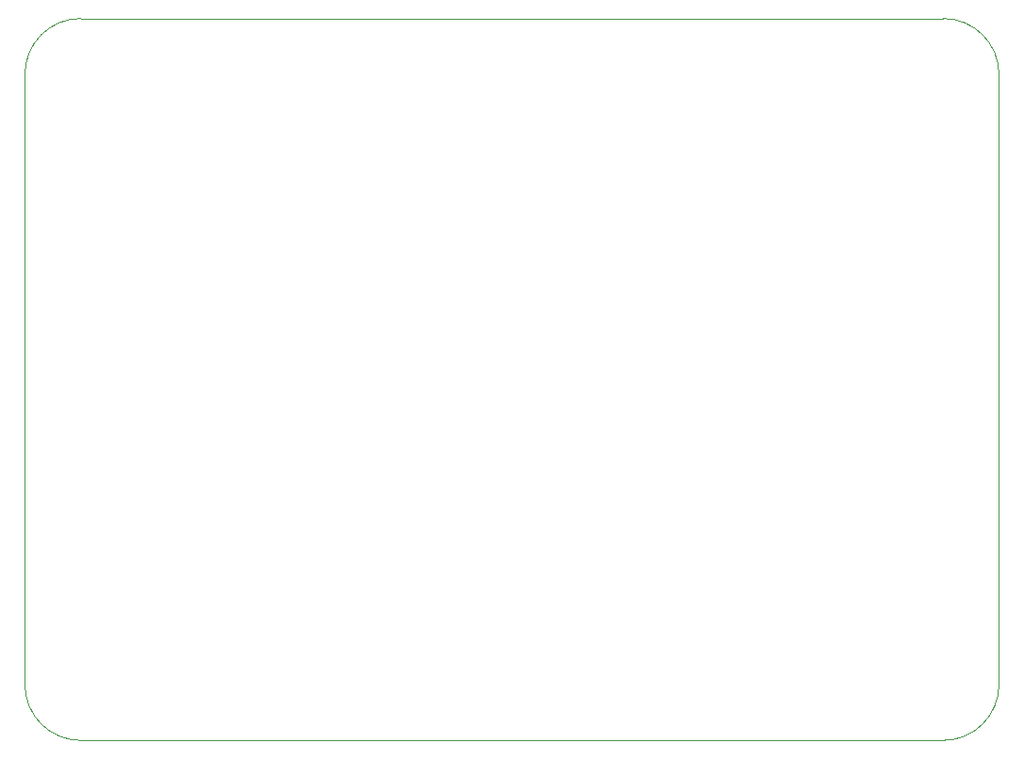
<source format=gbr>
%TF.GenerationSoftware,KiCad,Pcbnew,9.0.0*%
%TF.CreationDate,2025-03-28T17:52:31-06:00*%
%TF.ProjectId,Dark_Passenger_Base_MCU,4461726b-5f50-4617-9373-656e6765725f,1.0*%
%TF.SameCoordinates,Original*%
%TF.FileFunction,Profile,NP*%
%FSLAX46Y46*%
G04 Gerber Fmt 4.6, Leading zero omitted, Abs format (unit mm)*
G04 Created by KiCad (PCBNEW 9.0.0) date 2025-03-28 17:52:31*
%MOMM*%
%LPD*%
G01*
G04 APERTURE LIST*
%TA.AperFunction,Profile*%
%ADD10C,0.100000*%
%TD*%
G04 APERTURE END LIST*
D10*
X167584430Y-30945933D02*
X90124336Y-30945935D01*
X167584466Y-30945933D02*
G75*
G02*
X172584467Y-35946000I-66J-5000067D01*
G01*
X85124335Y-35945933D02*
X85124333Y-90850900D01*
X90124333Y-95850866D02*
G75*
G02*
X85124334Y-90850864I-33J4999966D01*
G01*
X90124333Y-95850865D02*
X167584500Y-95850867D01*
X172584466Y-90850867D02*
G75*
G02*
X167584464Y-95850866I-4999966J-33D01*
G01*
X85124334Y-35945933D02*
G75*
G02*
X90124336Y-30945934I4999966J33D01*
G01*
X172584466Y-90850900D02*
X172584466Y-35946000D01*
M02*

</source>
